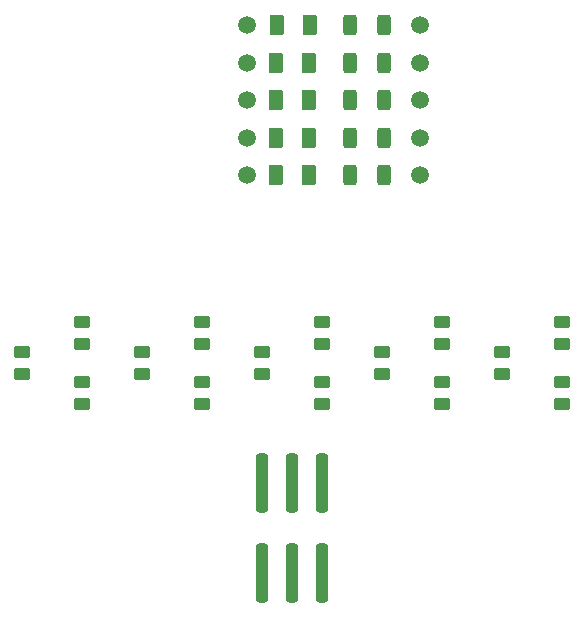
<source format=gbr>
%TF.GenerationSoftware,KiCad,Pcbnew,9.0.6*%
%TF.CreationDate,2025-11-09T23:23:57-08:00*%
%TF.ProjectId,mfzh25_token,6d667a68-3235-45f7-946f-6b656e2e6b69,rev?*%
%TF.SameCoordinates,Original*%
%TF.FileFunction,Soldermask,Bot*%
%TF.FilePolarity,Negative*%
%FSLAX46Y46*%
G04 Gerber Fmt 4.6, Leading zero omitted, Abs format (unit mm)*
G04 Created by KiCad (PCBNEW 9.0.6) date 2025-11-09 23:23:57*
%MOMM*%
%LPD*%
G01*
G04 APERTURE LIST*
G04 Aperture macros list*
%AMRoundRect*
0 Rectangle with rounded corners*
0 $1 Rounding radius*
0 $2 $3 $4 $5 $6 $7 $8 $9 X,Y pos of 4 corners*
0 Add a 4 corners polygon primitive as box body*
4,1,4,$2,$3,$4,$5,$6,$7,$8,$9,$2,$3,0*
0 Add four circle primitives for the rounded corners*
1,1,$1+$1,$2,$3*
1,1,$1+$1,$4,$5*
1,1,$1+$1,$6,$7*
1,1,$1+$1,$8,$9*
0 Add four rect primitives between the rounded corners*
20,1,$1+$1,$2,$3,$4,$5,0*
20,1,$1+$1,$4,$5,$6,$7,0*
20,1,$1+$1,$6,$7,$8,$9,0*
20,1,$1+$1,$8,$9,$2,$3,0*%
G04 Aperture macros list end*
%ADD10RoundRect,0.250000X0.450000X-0.262500X0.450000X0.262500X-0.450000X0.262500X-0.450000X-0.262500X0*%
%ADD11C,1.500000*%
%ADD12RoundRect,0.250000X0.375000X0.625000X-0.375000X0.625000X-0.375000X-0.625000X0.375000X-0.625000X0*%
%ADD13RoundRect,0.250000X-0.450000X0.262500X-0.450000X-0.262500X0.450000X-0.262500X0.450000X0.262500X0*%
%ADD14RoundRect,0.250000X-0.312500X-0.625000X0.312500X-0.625000X0.312500X0.625000X-0.312500X0.625000X0*%
%ADD15RoundRect,0.250000X-0.260000X2.250000X-0.260000X-2.250000X0.260000X-2.250000X0.260000X2.250000X0*%
G04 APERTURE END LIST*
D10*
%TO.C,R13*%
X63500000Y-122832500D03*
X63500000Y-121007500D03*
%TD*%
D11*
%TO.C,TP2*%
X81915000Y-108585000D03*
%TD*%
%TO.C,TP1*%
X81915000Y-105410000D03*
%TD*%
%TO.C,TP3*%
X81915000Y-102235000D03*
%TD*%
%TO.C,TP4*%
X81915000Y-95885000D03*
%TD*%
%TO.C,TP5*%
X81915000Y-99060000D03*
%TD*%
%TO.C,TP10*%
X67310000Y-105410000D03*
%TD*%
%TO.C,TP9*%
X67310000Y-95885000D03*
%TD*%
%TO.C,TP8*%
X67310000Y-99060000D03*
%TD*%
%TO.C,TP7*%
X67310000Y-102235000D03*
%TD*%
%TO.C,TP6*%
X67310000Y-108585000D03*
%TD*%
D12*
%TO.C,D1*%
X72520000Y-108585000D03*
X69720000Y-108585000D03*
%TD*%
D13*
%TO.C,R10*%
X83820000Y-121007500D03*
X83820000Y-122832500D03*
%TD*%
D14*
%TO.C,R4*%
X76007500Y-95885000D03*
X78932500Y-95885000D03*
%TD*%
D10*
%TO.C,R20*%
X53340000Y-121007500D03*
X53340000Y-122832500D03*
%TD*%
%TO.C,R18*%
X63500000Y-127912500D03*
X63500000Y-126087500D03*
%TD*%
D12*
%TO.C,D2*%
X72520000Y-102235000D03*
X69720000Y-102235000D03*
%TD*%
%TO.C,D3*%
X72520000Y-99060000D03*
X69720000Y-99060000D03*
%TD*%
D10*
%TO.C,R12*%
X68580000Y-123547500D03*
X68580000Y-125372500D03*
%TD*%
D15*
%TO.C,J2*%
X68580000Y-134640000D03*
X68580000Y-142240000D03*
X71120000Y-134640000D03*
X71120000Y-142240000D03*
X73660000Y-134640000D03*
X73660000Y-142240000D03*
%TD*%
D10*
%TO.C,R11*%
X78740000Y-125372500D03*
X78740000Y-123547500D03*
%TD*%
D13*
%TO.C,R9*%
X83820000Y-127912500D03*
X83820000Y-126087500D03*
%TD*%
D10*
%TO.C,R14*%
X73660000Y-122832500D03*
X73660000Y-121007500D03*
%TD*%
D14*
%TO.C,R5*%
X76007500Y-99060000D03*
X78932500Y-99060000D03*
%TD*%
D10*
%TO.C,R19*%
X53340000Y-126087500D03*
X53340000Y-127912500D03*
%TD*%
D12*
%TO.C,D5*%
X69720000Y-105410000D03*
X72520000Y-105410000D03*
%TD*%
D10*
%TO.C,R17*%
X58420000Y-125372500D03*
X58420000Y-123547500D03*
%TD*%
D13*
%TO.C,R6*%
X88900000Y-125372500D03*
X88900000Y-123547500D03*
%TD*%
%TO.C,R7*%
X93980000Y-127912500D03*
X93980000Y-126087500D03*
%TD*%
D14*
%TO.C,R1*%
X76007500Y-105410000D03*
X78932500Y-105410000D03*
%TD*%
%TO.C,R3*%
X76007500Y-102235000D03*
X78932500Y-102235000D03*
%TD*%
D10*
%TO.C,R16*%
X48260000Y-123547500D03*
X48260000Y-125372500D03*
%TD*%
%TO.C,R15*%
X73660000Y-127912500D03*
X73660000Y-126087500D03*
%TD*%
D14*
%TO.C,R2*%
X76007500Y-108585000D03*
X78932500Y-108585000D03*
%TD*%
D12*
%TO.C,D4*%
X72650000Y-95885000D03*
X69850000Y-95885000D03*
%TD*%
D13*
%TO.C,R8*%
X93980000Y-122832500D03*
X93980000Y-121007500D03*
%TD*%
M02*

</source>
